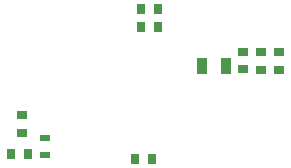
<source format=gbp>
%FSTAX23Y23*%
%MOIN*%
%SFA1B1*%

%IPPOS*%
%ADD28R,0.025591X0.035433*%
%ADD36R,0.035433X0.025591*%
%ADD63R,0.033465X0.023622*%
%ADD64R,0.034252X0.053937*%
%LNhsmm-1*%
%LPD*%
G54D28*
X00233Y-00575D03*
X00176D03*
X00233Y-00515D03*
X00176D03*
X00213Y-01015D03*
X00156D03*
X-00201Y-01D03*
X-00258D03*
G54D36*
X-0022Y-00871D03*
Y-00928D03*
X00635Y-00661D03*
Y-00718D03*
X00575Y-00661D03*
Y-00718D03*
X00515Y-0066D03*
Y-00717D03*
G54D63*
X-00145Y-01003D03*
Y-00946D03*
G54D64*
X00381Y-00705D03*
X00458D03*
M02*
</source>
